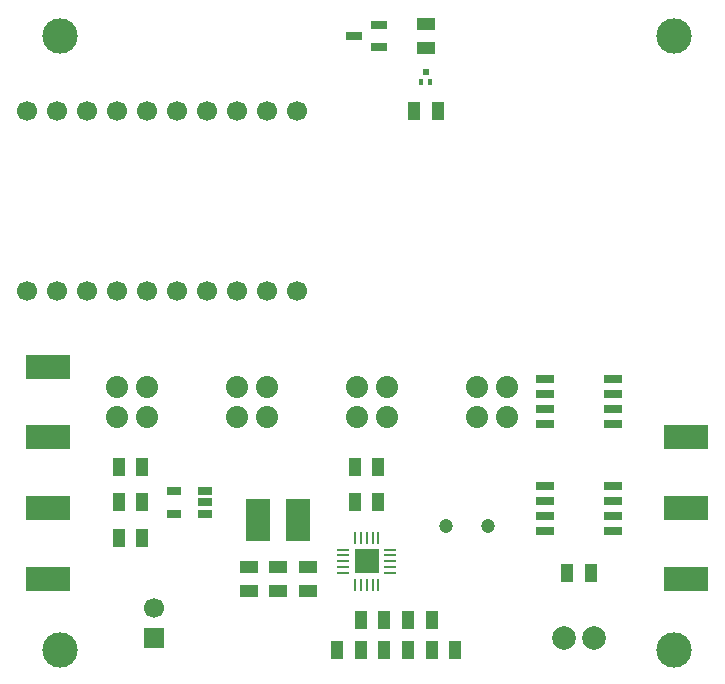
<source format=gbr>
%TF.GenerationSoftware,Altium Limited,Altium Designer,22.7.1 (60)*%
G04 Layer_Color=255*
%FSLAX43Y43*%
%MOMM*%
%TF.SameCoordinates,DFFB733E-25EA-4B03-B04C-AB34F345C761*%
%TF.FilePolarity,Positive*%
%TF.FileFunction,Pads,Top*%
%TF.Part,Single*%
G01*
G75*
%TA.AperFunction,SMDPad,CuDef*%
G04:AMPARAMS|DCode=12|XSize=1.6mm|YSize=0.7mm|CornerRadius=0.018mm|HoleSize=0mm|Usage=FLASHONLY|Rotation=180.000|XOffset=0mm|YOffset=0mm|HoleType=Round|Shape=RoundedRectangle|*
%AMROUNDEDRECTD12*
21,1,1.600,0.665,0,0,180.0*
21,1,1.565,0.700,0,0,180.0*
1,1,0.035,-0.782,0.333*
1,1,0.035,0.782,0.333*
1,1,0.035,0.782,-0.333*
1,1,0.035,-0.782,-0.333*
%
%ADD12ROUNDEDRECTD12*%
%ADD13R,0.370X0.500*%
%ADD14R,0.470X0.500*%
%ADD15R,1.100X1.500*%
G04:AMPARAMS|DCode=16|XSize=0.25mm|YSize=1mm|CornerRadius=0.025mm|HoleSize=0mm|Usage=FLASHONLY|Rotation=90.000|XOffset=0mm|YOffset=0mm|HoleType=Round|Shape=RoundedRectangle|*
%AMROUNDEDRECTD16*
21,1,0.250,0.950,0,0,90.0*
21,1,0.200,1.000,0,0,90.0*
1,1,0.050,0.475,0.100*
1,1,0.050,0.475,-0.100*
1,1,0.050,-0.475,-0.100*
1,1,0.050,-0.475,0.100*
%
%ADD16ROUNDEDRECTD16*%
G04:AMPARAMS|DCode=17|XSize=0.25mm|YSize=1mm|CornerRadius=0.025mm|HoleSize=0mm|Usage=FLASHONLY|Rotation=0.000|XOffset=0mm|YOffset=0mm|HoleType=Round|Shape=RoundedRectangle|*
%AMROUNDEDRECTD17*
21,1,0.250,0.950,0,0,0.0*
21,1,0.200,1.000,0,0,0.0*
1,1,0.050,0.100,-0.475*
1,1,0.050,-0.100,-0.475*
1,1,0.050,-0.100,0.475*
1,1,0.050,0.100,0.475*
%
%ADD17ROUNDEDRECTD17*%
%ADD18R,2.050X2.050*%
G04:AMPARAMS|DCode=19|XSize=1.2mm|YSize=0.6mm|CornerRadius=0.036mm|HoleSize=0mm|Usage=FLASHONLY|Rotation=180.000|XOffset=0mm|YOffset=0mm|HoleType=Round|Shape=RoundedRectangle|*
%AMROUNDEDRECTD19*
21,1,1.200,0.528,0,0,180.0*
21,1,1.128,0.600,0,0,180.0*
1,1,0.072,-0.564,0.264*
1,1,0.072,0.564,0.264*
1,1,0.072,0.564,-0.264*
1,1,0.072,-0.564,-0.264*
%
%ADD19ROUNDEDRECTD19*%
G04:AMPARAMS|DCode=20|XSize=1.4mm|YSize=0.6mm|CornerRadius=0.045mm|HoleSize=0mm|Usage=FLASHONLY|Rotation=180.000|XOffset=0mm|YOffset=0mm|HoleType=Round|Shape=RoundedRectangle|*
%AMROUNDEDRECTD20*
21,1,1.400,0.510,0,0,180.0*
21,1,1.310,0.600,0,0,180.0*
1,1,0.090,-0.655,0.255*
1,1,0.090,0.655,0.255*
1,1,0.090,0.655,-0.255*
1,1,0.090,-0.655,-0.255*
%
%ADD20ROUNDEDRECTD20*%
%ADD21R,2.000X3.600*%
%ADD22R,1.500X1.100*%
%ADD23R,3.800X2.030*%
%TA.AperFunction,ComponentPad*%
%ADD26C,2.000*%
%ADD27C,1.700*%
%ADD28R,1.700X1.700*%
%ADD29C,1.875*%
%ADD30C,1.200*%
%TA.AperFunction,WasherPad*%
%ADD31C,3.000*%
D12*
X45100Y14095D02*
D03*
Y15365D02*
D03*
Y16635D02*
D03*
Y17905D02*
D03*
X50900D02*
D03*
Y16635D02*
D03*
Y14095D02*
D03*
Y15365D02*
D03*
Y24365D02*
D03*
Y23095D02*
D03*
Y25635D02*
D03*
Y26905D02*
D03*
X45100D02*
D03*
Y25635D02*
D03*
Y24365D02*
D03*
Y23095D02*
D03*
D13*
X34600Y52100D02*
D03*
X35400D02*
D03*
D14*
X35000Y52900D02*
D03*
D15*
X29500Y4000D02*
D03*
X27500D02*
D03*
X35500Y4000D02*
D03*
X37500D02*
D03*
X29500Y6500D02*
D03*
X31500D02*
D03*
X35500Y6500D02*
D03*
X33500D02*
D03*
X33500Y4000D02*
D03*
X31500D02*
D03*
X36000Y49620D02*
D03*
X34000D02*
D03*
X9000Y13500D02*
D03*
X11000D02*
D03*
X49000Y10500D02*
D03*
X47000D02*
D03*
X29000Y19500D02*
D03*
X31000D02*
D03*
X29000Y16500D02*
D03*
X31000D02*
D03*
X9000D02*
D03*
X11000D02*
D03*
X11000Y19500D02*
D03*
X9000D02*
D03*
D16*
X28000Y12500D02*
D03*
Y12000D02*
D03*
Y11500D02*
D03*
Y11000D02*
D03*
Y10500D02*
D03*
X32000D02*
D03*
Y11000D02*
D03*
Y11500D02*
D03*
Y12000D02*
D03*
Y12500D02*
D03*
D17*
X29000Y9500D02*
D03*
X29500D02*
D03*
X30000D02*
D03*
X30500D02*
D03*
X31000D02*
D03*
Y13500D02*
D03*
X30500D02*
D03*
X30000D02*
D03*
X29500D02*
D03*
X29000D02*
D03*
D18*
X30000Y11500D02*
D03*
D19*
X13700Y15550D02*
D03*
Y17450D02*
D03*
X16300D02*
D03*
Y16500D02*
D03*
Y15550D02*
D03*
D20*
X31050Y55050D02*
D03*
Y56950D02*
D03*
X28950Y56000D02*
D03*
D21*
X24200Y15000D02*
D03*
X20800D02*
D03*
D22*
X20000Y11000D02*
D03*
Y9000D02*
D03*
X22500Y11000D02*
D03*
Y9000D02*
D03*
X25000Y9000D02*
D03*
Y11000D02*
D03*
X35000Y55000D02*
D03*
Y57000D02*
D03*
D23*
X57000Y22000D02*
D03*
Y10000D02*
D03*
Y16000D02*
D03*
X3000D02*
D03*
Y10000D02*
D03*
Y28000D02*
D03*
Y22000D02*
D03*
D26*
X46730Y5000D02*
D03*
X49270D02*
D03*
D27*
X24130Y49620D02*
D03*
X16510D02*
D03*
X24130Y34380D02*
D03*
X21590D02*
D03*
X19050D02*
D03*
X16510D02*
D03*
X13970D02*
D03*
X11430D02*
D03*
X8890D02*
D03*
X6350D02*
D03*
X3810D02*
D03*
X1270D02*
D03*
Y49620D02*
D03*
X3810D02*
D03*
X6350D02*
D03*
X8890D02*
D03*
X11430D02*
D03*
X13970D02*
D03*
X21590D02*
D03*
X19050D02*
D03*
X12000Y7540D02*
D03*
D28*
Y5000D02*
D03*
D29*
X39370Y26270D02*
D03*
X41910D02*
D03*
X39370Y23730D02*
D03*
X41910D02*
D03*
X11430Y26270D02*
D03*
Y23730D02*
D03*
X8890Y26270D02*
D03*
Y23730D02*
D03*
X21590D02*
D03*
X19050D02*
D03*
X21590Y26270D02*
D03*
X19050D02*
D03*
X31750Y23730D02*
D03*
X29210D02*
D03*
X31750Y26270D02*
D03*
X29210D02*
D03*
D30*
X40250Y14500D02*
D03*
X36750D02*
D03*
D31*
X56000Y56000D02*
D03*
Y4000D02*
D03*
X4000D02*
D03*
Y56000D02*
D03*
%TF.MD5,3ae06b2403ec875cdc6a99ad9e4bff8a*%
M02*

</source>
